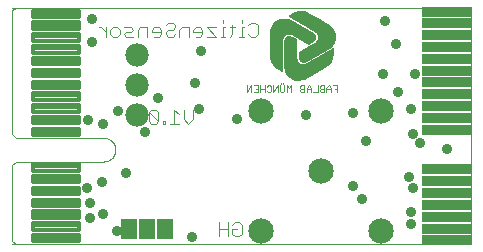
<source format=gbs>
G75*
%MOIN*%
%OFA0B0*%
%FSLAX25Y25*%
%IPPOS*%
%LPD*%
%AMOC8*
5,1,8,0,0,1.08239X$1,22.5*
%
%ADD10C,0.00000*%
%ADD11C,0.00400*%
%ADD12C,0.00050*%
%ADD13C,0.00200*%
%ADD14C,0.07800*%
%ADD15R,0.05400X0.07100*%
%ADD16R,0.16548X0.03753*%
%ADD17C,0.01422*%
%ADD18C,0.08450*%
%ADD19C,0.03600*%
D10*
X0011031Y0023276D02*
X0164078Y0023276D01*
X0164078Y0102026D01*
X0011031Y0102026D01*
X0011228Y0101238D02*
X0012409Y0102026D01*
X0033276Y0102026D01*
X0011228Y0101238D02*
X0011228Y0059900D01*
X0012409Y0058719D01*
X0033276Y0058719D01*
X0033472Y0058719D02*
X0041740Y0058719D01*
X0041864Y0058717D01*
X0041987Y0058711D01*
X0042111Y0058702D01*
X0042233Y0058688D01*
X0042356Y0058671D01*
X0042478Y0058649D01*
X0042599Y0058624D01*
X0042719Y0058595D01*
X0042838Y0058563D01*
X0042957Y0058526D01*
X0043074Y0058486D01*
X0043189Y0058443D01*
X0043304Y0058395D01*
X0043416Y0058344D01*
X0043527Y0058290D01*
X0043637Y0058232D01*
X0043744Y0058171D01*
X0043850Y0058106D01*
X0043953Y0058038D01*
X0044054Y0057967D01*
X0044153Y0057893D01*
X0044250Y0057816D01*
X0044344Y0057735D01*
X0044435Y0057652D01*
X0044524Y0057566D01*
X0044610Y0057477D01*
X0044693Y0057386D01*
X0044774Y0057292D01*
X0044851Y0057195D01*
X0044925Y0057096D01*
X0044996Y0056995D01*
X0045064Y0056892D01*
X0045129Y0056786D01*
X0045190Y0056679D01*
X0045248Y0056569D01*
X0045302Y0056458D01*
X0045353Y0056346D01*
X0045401Y0056231D01*
X0045444Y0056116D01*
X0045484Y0055999D01*
X0045521Y0055880D01*
X0045553Y0055761D01*
X0045582Y0055641D01*
X0045607Y0055520D01*
X0045629Y0055398D01*
X0045646Y0055275D01*
X0045660Y0055153D01*
X0045669Y0055029D01*
X0045675Y0054906D01*
X0045677Y0054782D01*
X0045675Y0054658D01*
X0045669Y0054535D01*
X0045660Y0054411D01*
X0045646Y0054289D01*
X0045629Y0054166D01*
X0045607Y0054044D01*
X0045582Y0053923D01*
X0045553Y0053803D01*
X0045521Y0053684D01*
X0045484Y0053565D01*
X0045444Y0053448D01*
X0045401Y0053333D01*
X0045353Y0053218D01*
X0045302Y0053106D01*
X0045248Y0052995D01*
X0045190Y0052885D01*
X0045129Y0052778D01*
X0045064Y0052672D01*
X0044996Y0052569D01*
X0044925Y0052468D01*
X0044851Y0052369D01*
X0044774Y0052272D01*
X0044693Y0052178D01*
X0044610Y0052087D01*
X0044524Y0051998D01*
X0044435Y0051912D01*
X0044344Y0051829D01*
X0044250Y0051748D01*
X0044153Y0051671D01*
X0044054Y0051597D01*
X0043953Y0051526D01*
X0043850Y0051458D01*
X0043744Y0051393D01*
X0043637Y0051332D01*
X0043527Y0051274D01*
X0043416Y0051220D01*
X0043304Y0051169D01*
X0043189Y0051121D01*
X0043074Y0051078D01*
X0042957Y0051038D01*
X0042838Y0051001D01*
X0042719Y0050969D01*
X0042599Y0050940D01*
X0042478Y0050915D01*
X0042356Y0050893D01*
X0042233Y0050876D01*
X0042111Y0050862D01*
X0041987Y0050853D01*
X0041864Y0050847D01*
X0041740Y0050845D01*
X0012409Y0050845D01*
X0011228Y0049664D01*
X0011228Y0024467D01*
X0012409Y0023286D01*
X0056504Y0023286D01*
D11*
X0080033Y0025976D02*
X0080033Y0030580D01*
X0083103Y0030580D02*
X0083103Y0025976D01*
X0084637Y0026743D02*
X0084637Y0028278D01*
X0086172Y0028278D01*
X0087706Y0029812D02*
X0087706Y0026743D01*
X0086939Y0025976D01*
X0085405Y0025976D01*
X0084637Y0026743D01*
X0083103Y0028278D02*
X0080033Y0028278D01*
X0084637Y0029812D02*
X0085405Y0030580D01*
X0086939Y0030580D01*
X0087706Y0029812D01*
X0069922Y0063476D02*
X0068387Y0065010D01*
X0068387Y0068080D01*
X0066853Y0066545D02*
X0065318Y0068080D01*
X0065318Y0063476D01*
X0066853Y0063476D02*
X0063783Y0063476D01*
X0062249Y0063476D02*
X0061481Y0063476D01*
X0061481Y0064243D01*
X0062249Y0064243D01*
X0062249Y0063476D01*
X0059947Y0064243D02*
X0056877Y0067312D01*
X0056877Y0064243D01*
X0057645Y0063476D01*
X0059179Y0063476D01*
X0059947Y0064243D01*
X0059947Y0067312D01*
X0059179Y0068080D01*
X0057645Y0068080D01*
X0056877Y0067312D01*
X0069922Y0063476D02*
X0071456Y0065010D01*
X0071456Y0068080D01*
X0072364Y0092506D02*
X0073899Y0092506D01*
X0074666Y0093274D01*
X0074666Y0094808D01*
X0073899Y0095576D01*
X0072364Y0095576D01*
X0071597Y0094808D01*
X0071597Y0094041D01*
X0074666Y0094041D01*
X0076201Y0095576D02*
X0079270Y0092506D01*
X0076201Y0092506D01*
X0080805Y0092506D02*
X0082340Y0092506D01*
X0081572Y0092506D02*
X0081572Y0095576D01*
X0082340Y0095576D01*
X0083874Y0095576D02*
X0085409Y0095576D01*
X0084641Y0096343D02*
X0084641Y0093274D01*
X0083874Y0092506D01*
X0086943Y0092506D02*
X0088478Y0092506D01*
X0087711Y0092506D02*
X0087711Y0095576D01*
X0088478Y0095576D01*
X0087711Y0097110D02*
X0087711Y0097878D01*
X0090013Y0096343D02*
X0090780Y0097110D01*
X0092315Y0097110D01*
X0093082Y0096343D01*
X0093082Y0093274D01*
X0092315Y0092506D01*
X0090780Y0092506D01*
X0090013Y0093274D01*
X0081572Y0097110D02*
X0081572Y0097878D01*
X0079270Y0095576D02*
X0076201Y0095576D01*
X0070062Y0095576D02*
X0070062Y0092506D01*
X0066993Y0092506D02*
X0066993Y0094808D01*
X0067760Y0095576D01*
X0070062Y0095576D01*
X0065458Y0095576D02*
X0064691Y0094808D01*
X0063157Y0094808D01*
X0062389Y0094041D01*
X0062389Y0093274D01*
X0063157Y0092506D01*
X0064691Y0092506D01*
X0065458Y0093274D01*
X0065458Y0095576D02*
X0065458Y0096343D01*
X0064691Y0097110D01*
X0063157Y0097110D01*
X0062389Y0096343D01*
X0060855Y0094808D02*
X0060087Y0095576D01*
X0058553Y0095576D01*
X0057785Y0094808D01*
X0057785Y0094041D01*
X0060855Y0094041D01*
X0060855Y0093274D02*
X0060855Y0094808D01*
X0060855Y0093274D02*
X0060087Y0092506D01*
X0058553Y0092506D01*
X0056251Y0092506D02*
X0056251Y0095576D01*
X0053949Y0095576D01*
X0053181Y0094808D01*
X0053181Y0092506D01*
X0051647Y0092506D02*
X0049345Y0092506D01*
X0048577Y0093274D01*
X0049345Y0094041D01*
X0050879Y0094041D01*
X0051647Y0094808D01*
X0050879Y0095576D01*
X0048577Y0095576D01*
X0047043Y0094808D02*
X0047043Y0093274D01*
X0046275Y0092506D01*
X0044741Y0092506D01*
X0043973Y0093274D01*
X0043973Y0094808D01*
X0044741Y0095576D01*
X0046275Y0095576D01*
X0047043Y0094808D01*
X0042439Y0094041D02*
X0040904Y0095576D01*
X0040137Y0095576D01*
X0042439Y0095576D02*
X0042439Y0092506D01*
D12*
X0097186Y0092598D02*
X0101678Y0092598D01*
X0101650Y0092550D02*
X0097186Y0092550D01*
X0097186Y0092501D02*
X0101623Y0092501D01*
X0101596Y0092453D02*
X0097186Y0092453D01*
X0097186Y0092404D02*
X0101569Y0092404D01*
X0101541Y0092356D02*
X0097186Y0092356D01*
X0097187Y0092307D02*
X0101514Y0092307D01*
X0101499Y0092281D02*
X0101790Y0092797D01*
X0101964Y0092950D01*
X0102358Y0093188D01*
X0103005Y0093438D01*
X0103255Y0093450D01*
X0103749Y0093408D01*
X0104486Y0093245D01*
X0104584Y0093196D01*
X0107084Y0091757D01*
X0109879Y0090140D01*
X0109947Y0090099D01*
X0110253Y0090274D01*
X0110671Y0090514D01*
X0111267Y0090909D01*
X0111981Y0091537D01*
X0112071Y0091714D01*
X0112174Y0092117D01*
X0112208Y0092672D01*
X0112138Y0092824D01*
X0111871Y0093186D01*
X0111413Y0093674D01*
X0111373Y0093701D01*
X0110875Y0093995D01*
X0109859Y0094588D01*
X0109341Y0094888D01*
X0108003Y0095663D01*
X0106183Y0096720D01*
X0105700Y0097002D01*
X0104777Y0097535D01*
X0103797Y0098094D01*
X0103662Y0098157D01*
X0103286Y0098289D01*
X0102724Y0098450D01*
X0102510Y0098484D01*
X0101902Y0098507D01*
X0101083Y0098484D01*
X0100696Y0098400D01*
X0099930Y0098129D01*
X0103723Y0098129D01*
X0103822Y0098080D02*
X0099832Y0098080D01*
X0099734Y0098032D02*
X0103907Y0098032D01*
X0103992Y0097983D02*
X0099637Y0097983D01*
X0099539Y0097935D02*
X0104077Y0097935D01*
X0104162Y0097886D02*
X0099441Y0097886D01*
X0099343Y0097838D02*
X0104247Y0097838D01*
X0104332Y0097789D02*
X0099245Y0097789D01*
X0099148Y0097741D02*
X0104417Y0097741D01*
X0104502Y0097692D02*
X0099050Y0097692D01*
X0098952Y0097644D02*
X0104587Y0097644D01*
X0104672Y0097595D02*
X0098891Y0097595D01*
X0098930Y0097633D02*
X0098541Y0097259D01*
X0097913Y0096341D01*
X0097201Y0094717D01*
X0097183Y0094568D01*
X0097188Y0091057D01*
X0097218Y0086656D01*
X0097232Y0086159D01*
X0097260Y0085578D01*
X0097399Y0084712D01*
X0097550Y0084331D01*
X0097872Y0083707D01*
X0098493Y0082828D01*
X0098756Y0082603D01*
X0099196Y0082262D01*
X0100226Y0081586D01*
X0100443Y0081462D01*
X0100671Y0081333D01*
X0100899Y0081214D01*
X0101150Y0081051D01*
X0101172Y0081048D01*
X0101213Y0081081D01*
X0101197Y0081882D01*
X0101182Y0084190D01*
X0101183Y0086587D01*
X0101183Y0088980D01*
X0101263Y0091647D01*
X0101327Y0091868D01*
X0101499Y0092281D01*
X0101490Y0092259D02*
X0097187Y0092259D01*
X0097187Y0092210D02*
X0101470Y0092210D01*
X0101450Y0092162D02*
X0097187Y0092162D01*
X0097187Y0092113D02*
X0101429Y0092113D01*
X0101409Y0092065D02*
X0097187Y0092065D01*
X0097187Y0092016D02*
X0101389Y0092016D01*
X0101369Y0091968D02*
X0097187Y0091968D01*
X0097187Y0091919D02*
X0101349Y0091919D01*
X0101328Y0091871D02*
X0097187Y0091871D01*
X0097187Y0091822D02*
X0101314Y0091822D01*
X0101300Y0091774D02*
X0097187Y0091774D01*
X0097187Y0091725D02*
X0101286Y0091725D01*
X0101272Y0091677D02*
X0097187Y0091677D01*
X0097188Y0091628D02*
X0101263Y0091628D01*
X0101261Y0091580D02*
X0097188Y0091580D01*
X0097188Y0091531D02*
X0101260Y0091531D01*
X0101258Y0091483D02*
X0097188Y0091483D01*
X0097188Y0091434D02*
X0101257Y0091434D01*
X0101255Y0091386D02*
X0097188Y0091386D01*
X0097188Y0091337D02*
X0101254Y0091337D01*
X0101253Y0091289D02*
X0097188Y0091289D01*
X0097188Y0091240D02*
X0101251Y0091240D01*
X0101250Y0091192D02*
X0097188Y0091192D01*
X0097188Y0091143D02*
X0101248Y0091143D01*
X0101247Y0091095D02*
X0097188Y0091095D01*
X0097188Y0091046D02*
X0101245Y0091046D01*
X0101244Y0090998D02*
X0097189Y0090998D01*
X0097189Y0090949D02*
X0101242Y0090949D01*
X0101241Y0090901D02*
X0097189Y0090901D01*
X0097190Y0090852D02*
X0101239Y0090852D01*
X0101238Y0090804D02*
X0097190Y0090804D01*
X0097190Y0090755D02*
X0101237Y0090755D01*
X0101235Y0090707D02*
X0097191Y0090707D01*
X0097191Y0090658D02*
X0101234Y0090658D01*
X0101232Y0090610D02*
X0097191Y0090610D01*
X0097192Y0090561D02*
X0101231Y0090561D01*
X0101229Y0090512D02*
X0097192Y0090512D01*
X0097192Y0090464D02*
X0101228Y0090464D01*
X0101226Y0090415D02*
X0097193Y0090415D01*
X0097193Y0090367D02*
X0101225Y0090367D01*
X0101223Y0090318D02*
X0097193Y0090318D01*
X0097194Y0090270D02*
X0101222Y0090270D01*
X0101221Y0090221D02*
X0097194Y0090221D01*
X0097194Y0090173D02*
X0101219Y0090173D01*
X0101218Y0090124D02*
X0097195Y0090124D01*
X0097195Y0090076D02*
X0101216Y0090076D01*
X0101215Y0090027D02*
X0097195Y0090027D01*
X0097196Y0089979D02*
X0101213Y0089979D01*
X0101212Y0089930D02*
X0097196Y0089930D01*
X0097196Y0089882D02*
X0101210Y0089882D01*
X0101209Y0089833D02*
X0097197Y0089833D01*
X0097197Y0089785D02*
X0101207Y0089785D01*
X0101206Y0089736D02*
X0097197Y0089736D01*
X0097198Y0089688D02*
X0101205Y0089688D01*
X0101203Y0089639D02*
X0097198Y0089639D01*
X0097198Y0089591D02*
X0101202Y0089591D01*
X0101200Y0089542D02*
X0097199Y0089542D01*
X0097199Y0089494D02*
X0101199Y0089494D01*
X0101197Y0089445D02*
X0097199Y0089445D01*
X0097200Y0089397D02*
X0101196Y0089397D01*
X0101194Y0089348D02*
X0097200Y0089348D01*
X0097200Y0089300D02*
X0101193Y0089300D01*
X0101191Y0089251D02*
X0097201Y0089251D01*
X0097201Y0089203D02*
X0101190Y0089203D01*
X0101189Y0089154D02*
X0097201Y0089154D01*
X0097202Y0089106D02*
X0101187Y0089106D01*
X0101186Y0089057D02*
X0097202Y0089057D01*
X0097202Y0089009D02*
X0101184Y0089009D01*
X0101183Y0088960D02*
X0097203Y0088960D01*
X0097203Y0088912D02*
X0101183Y0088912D01*
X0101183Y0088863D02*
X0097203Y0088863D01*
X0097204Y0088815D02*
X0101183Y0088815D01*
X0101183Y0088766D02*
X0097204Y0088766D01*
X0097204Y0088718D02*
X0101183Y0088718D01*
X0101183Y0088669D02*
X0097205Y0088669D01*
X0097205Y0088621D02*
X0101183Y0088621D01*
X0101183Y0088572D02*
X0097205Y0088572D01*
X0097206Y0088524D02*
X0101183Y0088524D01*
X0101183Y0088475D02*
X0097206Y0088475D01*
X0097206Y0088427D02*
X0101183Y0088427D01*
X0101183Y0088378D02*
X0097207Y0088378D01*
X0097207Y0088329D02*
X0101183Y0088329D01*
X0101183Y0088281D02*
X0097207Y0088281D01*
X0097208Y0088232D02*
X0101183Y0088232D01*
X0101183Y0088184D02*
X0097208Y0088184D01*
X0097208Y0088135D02*
X0101183Y0088135D01*
X0101183Y0088087D02*
X0097209Y0088087D01*
X0097209Y0088038D02*
X0101183Y0088038D01*
X0101183Y0087990D02*
X0097209Y0087990D01*
X0097210Y0087941D02*
X0101183Y0087941D01*
X0101183Y0087893D02*
X0097210Y0087893D01*
X0097210Y0087844D02*
X0101183Y0087844D01*
X0101183Y0087796D02*
X0097211Y0087796D01*
X0097211Y0087747D02*
X0101183Y0087747D01*
X0101183Y0087699D02*
X0097211Y0087699D01*
X0097212Y0087650D02*
X0101183Y0087650D01*
X0101183Y0087602D02*
X0097212Y0087602D01*
X0097212Y0087553D02*
X0101183Y0087553D01*
X0101183Y0087505D02*
X0097213Y0087505D01*
X0097213Y0087456D02*
X0101183Y0087456D01*
X0101183Y0087408D02*
X0097213Y0087408D01*
X0097213Y0087359D02*
X0101183Y0087359D01*
X0101183Y0087311D02*
X0097214Y0087311D01*
X0097214Y0087262D02*
X0101183Y0087262D01*
X0101183Y0087214D02*
X0097214Y0087214D01*
X0097215Y0087165D02*
X0101183Y0087165D01*
X0101183Y0087117D02*
X0097215Y0087117D01*
X0097215Y0087068D02*
X0101183Y0087068D01*
X0101183Y0087020D02*
X0097216Y0087020D01*
X0097216Y0086971D02*
X0101183Y0086971D01*
X0101183Y0086923D02*
X0097216Y0086923D01*
X0097217Y0086874D02*
X0101183Y0086874D01*
X0101183Y0086826D02*
X0097217Y0086826D01*
X0097217Y0086777D02*
X0101183Y0086777D01*
X0101183Y0086729D02*
X0097218Y0086729D01*
X0097218Y0086680D02*
X0101183Y0086680D01*
X0101183Y0086632D02*
X0097219Y0086632D01*
X0097220Y0086583D02*
X0101183Y0086583D01*
X0101183Y0086535D02*
X0097222Y0086535D01*
X0097223Y0086486D02*
X0101183Y0086486D01*
X0101183Y0086438D02*
X0097224Y0086438D01*
X0097226Y0086389D02*
X0101183Y0086389D01*
X0101183Y0086341D02*
X0097227Y0086341D01*
X0097228Y0086292D02*
X0101183Y0086292D01*
X0101183Y0086243D02*
X0097230Y0086243D01*
X0097231Y0086195D02*
X0101183Y0086195D01*
X0101183Y0086146D02*
X0097233Y0086146D01*
X0097235Y0086098D02*
X0101183Y0086098D01*
X0101183Y0086049D02*
X0097237Y0086049D01*
X0097240Y0086001D02*
X0101183Y0086001D01*
X0101183Y0085952D02*
X0097242Y0085952D01*
X0097244Y0085904D02*
X0101183Y0085904D01*
X0101183Y0085855D02*
X0097247Y0085855D01*
X0097249Y0085807D02*
X0101183Y0085807D01*
X0101183Y0085758D02*
X0097251Y0085758D01*
X0097253Y0085710D02*
X0101183Y0085710D01*
X0101183Y0085661D02*
X0097256Y0085661D01*
X0097258Y0085613D02*
X0101183Y0085613D01*
X0101183Y0085564D02*
X0097262Y0085564D01*
X0097270Y0085516D02*
X0101183Y0085516D01*
X0101183Y0085467D02*
X0097278Y0085467D01*
X0097285Y0085419D02*
X0101183Y0085419D01*
X0101183Y0085370D02*
X0097293Y0085370D01*
X0097301Y0085322D02*
X0101183Y0085322D01*
X0101183Y0085273D02*
X0097309Y0085273D01*
X0097317Y0085225D02*
X0101183Y0085225D01*
X0101183Y0085176D02*
X0097325Y0085176D01*
X0097332Y0085128D02*
X0101183Y0085128D01*
X0101183Y0085079D02*
X0097340Y0085079D01*
X0097348Y0085031D02*
X0101182Y0085031D01*
X0101182Y0084982D02*
X0097356Y0084982D01*
X0097364Y0084934D02*
X0101182Y0084934D01*
X0101182Y0084885D02*
X0097372Y0084885D01*
X0097379Y0084837D02*
X0101182Y0084837D01*
X0101182Y0084788D02*
X0097387Y0084788D01*
X0097395Y0084740D02*
X0101182Y0084740D01*
X0101182Y0084691D02*
X0097408Y0084691D01*
X0097427Y0084643D02*
X0101182Y0084643D01*
X0101182Y0084594D02*
X0097446Y0084594D01*
X0097465Y0084546D02*
X0101182Y0084546D01*
X0101182Y0084497D02*
X0097485Y0084497D01*
X0097504Y0084449D02*
X0101182Y0084449D01*
X0101182Y0084400D02*
X0097523Y0084400D01*
X0097542Y0084352D02*
X0101182Y0084352D01*
X0101182Y0084303D02*
X0097565Y0084303D01*
X0097590Y0084255D02*
X0101182Y0084255D01*
X0101182Y0084206D02*
X0097615Y0084206D01*
X0097640Y0084158D02*
X0101183Y0084158D01*
X0101183Y0084109D02*
X0097665Y0084109D01*
X0097690Y0084060D02*
X0101183Y0084060D01*
X0101183Y0084012D02*
X0097715Y0084012D01*
X0097740Y0083963D02*
X0101184Y0083963D01*
X0101184Y0083915D02*
X0097765Y0083915D01*
X0097790Y0083866D02*
X0101184Y0083866D01*
X0101185Y0083818D02*
X0097815Y0083818D01*
X0097840Y0083769D02*
X0101185Y0083769D01*
X0101185Y0083721D02*
X0097865Y0083721D01*
X0097897Y0083672D02*
X0101186Y0083672D01*
X0101186Y0083624D02*
X0097931Y0083624D01*
X0097965Y0083575D02*
X0101186Y0083575D01*
X0101187Y0083527D02*
X0097999Y0083527D01*
X0098034Y0083478D02*
X0101187Y0083478D01*
X0101187Y0083430D02*
X0098068Y0083430D01*
X0098102Y0083381D02*
X0101188Y0083381D01*
X0101188Y0083333D02*
X0098136Y0083333D01*
X0098170Y0083284D02*
X0101188Y0083284D01*
X0101189Y0083236D02*
X0098205Y0083236D01*
X0098239Y0083187D02*
X0101189Y0083187D01*
X0101189Y0083139D02*
X0098273Y0083139D01*
X0098307Y0083090D02*
X0101189Y0083090D01*
X0101190Y0083042D02*
X0098342Y0083042D01*
X0098376Y0082993D02*
X0101190Y0082993D01*
X0101190Y0082945D02*
X0098410Y0082945D01*
X0098444Y0082896D02*
X0101191Y0082896D01*
X0101191Y0082848D02*
X0098479Y0082848D01*
X0098526Y0082799D02*
X0101191Y0082799D01*
X0101192Y0082751D02*
X0098583Y0082751D01*
X0098640Y0082702D02*
X0101192Y0082702D01*
X0101192Y0082654D02*
X0098696Y0082654D01*
X0098753Y0082605D02*
X0101193Y0082605D01*
X0101193Y0082557D02*
X0098815Y0082557D01*
X0098878Y0082508D02*
X0101193Y0082508D01*
X0101194Y0082460D02*
X0098941Y0082460D01*
X0099003Y0082411D02*
X0101194Y0082411D01*
X0101194Y0082363D02*
X0099066Y0082363D01*
X0099128Y0082314D02*
X0101195Y0082314D01*
X0101195Y0082266D02*
X0099191Y0082266D01*
X0099264Y0082217D02*
X0101195Y0082217D01*
X0101196Y0082169D02*
X0099338Y0082169D01*
X0099412Y0082120D02*
X0101196Y0082120D01*
X0101196Y0082072D02*
X0099486Y0082072D01*
X0099560Y0082023D02*
X0101196Y0082023D01*
X0101197Y0081974D02*
X0099634Y0081974D01*
X0099707Y0081926D02*
X0101197Y0081926D01*
X0101197Y0081877D02*
X0099781Y0081877D01*
X0099855Y0081829D02*
X0101198Y0081829D01*
X0101199Y0081780D02*
X0099929Y0081780D01*
X0100003Y0081732D02*
X0101200Y0081732D01*
X0101201Y0081683D02*
X0100077Y0081683D01*
X0100151Y0081635D02*
X0101202Y0081635D01*
X0101203Y0081586D02*
X0100225Y0081586D01*
X0100310Y0081538D02*
X0101204Y0081538D01*
X0101205Y0081489D02*
X0100395Y0081489D01*
X0100481Y0081441D02*
X0101206Y0081441D01*
X0101207Y0081392D02*
X0100567Y0081392D01*
X0100653Y0081344D02*
X0101208Y0081344D01*
X0101209Y0081295D02*
X0100744Y0081295D01*
X0100837Y0081247D02*
X0101210Y0081247D01*
X0101211Y0081198D02*
X0100923Y0081198D01*
X0100998Y0081150D02*
X0101211Y0081150D01*
X0101212Y0081101D02*
X0101073Y0081101D01*
X0101148Y0081053D02*
X0101177Y0081053D01*
X0102201Y0081295D02*
X0113462Y0081295D01*
X0113380Y0081247D02*
X0102213Y0081247D01*
X0102226Y0081198D02*
X0113297Y0081198D01*
X0113214Y0081150D02*
X0102242Y0081150D01*
X0102229Y0081183D02*
X0102307Y0080981D01*
X0102591Y0080443D01*
X0103020Y0079745D01*
X0103286Y0079451D01*
X0103905Y0078924D01*
X0104834Y0078306D01*
X0105352Y0078156D01*
X0106461Y0078071D01*
X0108224Y0078267D01*
X0108361Y0078326D01*
X0111400Y0080086D01*
X0115196Y0082312D01*
X0115619Y0082572D01*
X0116109Y0082887D01*
X0116788Y0083441D01*
X0117043Y0083762D01*
X0117423Y0084353D01*
X0117874Y0085330D01*
X0117937Y0085670D01*
X0118013Y0086221D01*
X0118083Y0087451D01*
X0118081Y0087702D01*
X0118079Y0087963D01*
X0118068Y0088220D01*
X0118084Y0088519D01*
X0118076Y0088539D01*
X0118027Y0088559D01*
X0117341Y0088145D01*
X0115349Y0086978D01*
X0113273Y0085780D01*
X0111201Y0084584D01*
X0108851Y0083319D01*
X0108628Y0083264D01*
X0108184Y0083207D01*
X0107592Y0083200D01*
X0107372Y0083275D01*
X0106969Y0083497D01*
X0106429Y0083932D01*
X0106294Y0084143D01*
X0106083Y0084592D01*
X0105856Y0085312D01*
X0105849Y0085420D01*
X0105845Y0088306D01*
X0105848Y0091534D01*
X0105850Y0091613D01*
X0105545Y0091791D01*
X0105128Y0092034D01*
X0104488Y0092352D01*
X0103587Y0092656D01*
X0103389Y0092646D01*
X0102989Y0092534D01*
X0102491Y0092285D01*
X0102395Y0092149D01*
X0102214Y0091737D01*
X0102020Y0091096D01*
X0102017Y0091048D01*
X0102012Y0090470D01*
X0102006Y0089293D01*
X0102006Y0088694D01*
X0102003Y0087148D01*
X0101998Y0085043D01*
X0101995Y0084485D01*
X0101995Y0083419D01*
X0102000Y0082291D01*
X0102014Y0082142D01*
X0102088Y0081751D01*
X0102229Y0081183D01*
X0102261Y0081101D02*
X0113131Y0081101D01*
X0113049Y0081053D02*
X0102279Y0081053D01*
X0102298Y0081004D02*
X0112966Y0081004D01*
X0112883Y0080956D02*
X0102320Y0080956D01*
X0102346Y0080907D02*
X0112801Y0080907D01*
X0112718Y0080859D02*
X0102372Y0080859D01*
X0102397Y0080810D02*
X0112635Y0080810D01*
X0112552Y0080762D02*
X0102423Y0080762D01*
X0102448Y0080713D02*
X0112470Y0080713D01*
X0112387Y0080665D02*
X0102474Y0080665D01*
X0102500Y0080616D02*
X0112304Y0080616D01*
X0112222Y0080568D02*
X0102525Y0080568D01*
X0102551Y0080519D02*
X0112139Y0080519D01*
X0112056Y0080471D02*
X0102576Y0080471D01*
X0102604Y0080422D02*
X0111973Y0080422D01*
X0111891Y0080374D02*
X0102634Y0080374D01*
X0102663Y0080325D02*
X0111808Y0080325D01*
X0111725Y0080277D02*
X0102693Y0080277D01*
X0102723Y0080228D02*
X0111643Y0080228D01*
X0111560Y0080180D02*
X0102753Y0080180D01*
X0102783Y0080131D02*
X0111477Y0080131D01*
X0111394Y0080083D02*
X0102813Y0080083D01*
X0102842Y0080034D02*
X0111311Y0080034D01*
X0111227Y0079986D02*
X0102872Y0079986D01*
X0102902Y0079937D02*
X0111143Y0079937D01*
X0111059Y0079889D02*
X0102932Y0079889D01*
X0102962Y0079840D02*
X0110976Y0079840D01*
X0110892Y0079791D02*
X0102991Y0079791D01*
X0103022Y0079743D02*
X0110808Y0079743D01*
X0110724Y0079694D02*
X0103066Y0079694D01*
X0103110Y0079646D02*
X0110641Y0079646D01*
X0110557Y0079597D02*
X0103154Y0079597D01*
X0103198Y0079549D02*
X0110473Y0079549D01*
X0110389Y0079500D02*
X0103242Y0079500D01*
X0103286Y0079452D02*
X0110306Y0079452D01*
X0110222Y0079403D02*
X0103342Y0079403D01*
X0103399Y0079355D02*
X0110138Y0079355D01*
X0110054Y0079306D02*
X0103456Y0079306D01*
X0103513Y0079258D02*
X0109971Y0079258D01*
X0109887Y0079209D02*
X0103570Y0079209D01*
X0103627Y0079161D02*
X0109803Y0079161D01*
X0109719Y0079112D02*
X0103684Y0079112D01*
X0103740Y0079064D02*
X0109636Y0079064D01*
X0109552Y0079015D02*
X0103797Y0079015D01*
X0103854Y0078967D02*
X0109468Y0078967D01*
X0109384Y0078918D02*
X0103913Y0078918D01*
X0103986Y0078870D02*
X0109301Y0078870D01*
X0109217Y0078821D02*
X0104059Y0078821D01*
X0104132Y0078773D02*
X0109133Y0078773D01*
X0109050Y0078724D02*
X0104205Y0078724D01*
X0104278Y0078676D02*
X0108966Y0078676D01*
X0108882Y0078627D02*
X0104351Y0078627D01*
X0104424Y0078579D02*
X0108798Y0078579D01*
X0108715Y0078530D02*
X0104497Y0078530D01*
X0104570Y0078482D02*
X0108631Y0078482D01*
X0108547Y0078433D02*
X0104643Y0078433D01*
X0104716Y0078385D02*
X0108463Y0078385D01*
X0108380Y0078336D02*
X0104789Y0078336D01*
X0104897Y0078288D02*
X0108273Y0078288D01*
X0107975Y0078239D02*
X0105064Y0078239D01*
X0105232Y0078191D02*
X0107537Y0078191D01*
X0107100Y0078142D02*
X0105531Y0078142D01*
X0106168Y0078094D02*
X0106662Y0078094D01*
X0102189Y0081344D02*
X0113545Y0081344D01*
X0113628Y0081392D02*
X0102177Y0081392D01*
X0102165Y0081441D02*
X0113711Y0081441D01*
X0113793Y0081489D02*
X0102153Y0081489D01*
X0102141Y0081538D02*
X0113876Y0081538D01*
X0113959Y0081586D02*
X0102129Y0081586D01*
X0102117Y0081635D02*
X0114041Y0081635D01*
X0114124Y0081683D02*
X0102105Y0081683D01*
X0102092Y0081732D02*
X0114207Y0081732D01*
X0114290Y0081780D02*
X0102082Y0081780D01*
X0102073Y0081829D02*
X0114372Y0081829D01*
X0114455Y0081877D02*
X0102064Y0081877D01*
X0102055Y0081926D02*
X0114538Y0081926D01*
X0114620Y0081974D02*
X0102045Y0081974D01*
X0102036Y0082023D02*
X0114703Y0082023D01*
X0114786Y0082072D02*
X0102027Y0082072D01*
X0102018Y0082120D02*
X0114869Y0082120D01*
X0114951Y0082169D02*
X0102011Y0082169D01*
X0102007Y0082217D02*
X0115034Y0082217D01*
X0115117Y0082266D02*
X0102003Y0082266D01*
X0102000Y0082314D02*
X0115199Y0082314D01*
X0115278Y0082363D02*
X0102000Y0082363D01*
X0102000Y0082411D02*
X0115357Y0082411D01*
X0115436Y0082460D02*
X0102000Y0082460D01*
X0101999Y0082508D02*
X0115515Y0082508D01*
X0115594Y0082557D02*
X0101999Y0082557D01*
X0101999Y0082605D02*
X0115670Y0082605D01*
X0115746Y0082654D02*
X0101999Y0082654D01*
X0101998Y0082702D02*
X0115821Y0082702D01*
X0115897Y0082751D02*
X0101998Y0082751D01*
X0101998Y0082799D02*
X0115972Y0082799D01*
X0116048Y0082848D02*
X0101998Y0082848D01*
X0101997Y0082896D02*
X0116120Y0082896D01*
X0116180Y0082945D02*
X0101997Y0082945D01*
X0101997Y0082993D02*
X0116239Y0082993D01*
X0116299Y0083042D02*
X0101997Y0083042D01*
X0101997Y0083090D02*
X0116358Y0083090D01*
X0116418Y0083139D02*
X0101996Y0083139D01*
X0101996Y0083187D02*
X0116478Y0083187D01*
X0116537Y0083236D02*
X0108407Y0083236D01*
X0108709Y0083284D02*
X0116597Y0083284D01*
X0116656Y0083333D02*
X0108876Y0083333D01*
X0108966Y0083381D02*
X0116716Y0083381D01*
X0116775Y0083430D02*
X0109056Y0083430D01*
X0109146Y0083478D02*
X0116818Y0083478D01*
X0116857Y0083527D02*
X0109236Y0083527D01*
X0109327Y0083575D02*
X0116895Y0083575D01*
X0116934Y0083624D02*
X0109417Y0083624D01*
X0109507Y0083672D02*
X0116972Y0083672D01*
X0117011Y0083721D02*
X0109597Y0083721D01*
X0109687Y0083769D02*
X0117048Y0083769D01*
X0117079Y0083818D02*
X0109777Y0083818D01*
X0109867Y0083866D02*
X0117111Y0083866D01*
X0117142Y0083915D02*
X0109958Y0083915D01*
X0110048Y0083963D02*
X0117173Y0083963D01*
X0117204Y0084012D02*
X0110138Y0084012D01*
X0110228Y0084060D02*
X0117235Y0084060D01*
X0117266Y0084109D02*
X0110318Y0084109D01*
X0110408Y0084158D02*
X0117298Y0084158D01*
X0117329Y0084206D02*
X0110499Y0084206D01*
X0110589Y0084255D02*
X0117360Y0084255D01*
X0117391Y0084303D02*
X0110679Y0084303D01*
X0110769Y0084352D02*
X0117422Y0084352D01*
X0117445Y0084400D02*
X0110859Y0084400D01*
X0110949Y0084449D02*
X0117467Y0084449D01*
X0117490Y0084497D02*
X0111039Y0084497D01*
X0111130Y0084546D02*
X0117512Y0084546D01*
X0117534Y0084594D02*
X0111219Y0084594D01*
X0111303Y0084643D02*
X0117557Y0084643D01*
X0117579Y0084691D02*
X0111387Y0084691D01*
X0111471Y0084740D02*
X0117602Y0084740D01*
X0117624Y0084788D02*
X0111555Y0084788D01*
X0111639Y0084837D02*
X0117646Y0084837D01*
X0117669Y0084885D02*
X0111723Y0084885D01*
X0111807Y0084934D02*
X0117691Y0084934D01*
X0117714Y0084982D02*
X0111891Y0084982D01*
X0111975Y0085031D02*
X0117736Y0085031D01*
X0117758Y0085079D02*
X0112059Y0085079D01*
X0112143Y0085128D02*
X0117781Y0085128D01*
X0117803Y0085176D02*
X0112227Y0085176D01*
X0112311Y0085225D02*
X0117826Y0085225D01*
X0117848Y0085273D02*
X0112395Y0085273D01*
X0112479Y0085322D02*
X0117870Y0085322D01*
X0117882Y0085370D02*
X0112564Y0085370D01*
X0112648Y0085419D02*
X0117891Y0085419D01*
X0117900Y0085467D02*
X0112732Y0085467D01*
X0112816Y0085516D02*
X0117909Y0085516D01*
X0117918Y0085564D02*
X0112900Y0085564D01*
X0112984Y0085613D02*
X0117927Y0085613D01*
X0117936Y0085661D02*
X0113068Y0085661D01*
X0113152Y0085710D02*
X0117943Y0085710D01*
X0117949Y0085758D02*
X0113236Y0085758D01*
X0113320Y0085807D02*
X0117956Y0085807D01*
X0117963Y0085855D02*
X0113404Y0085855D01*
X0113488Y0085904D02*
X0117969Y0085904D01*
X0117976Y0085952D02*
X0113572Y0085952D01*
X0113656Y0086001D02*
X0117982Y0086001D01*
X0117989Y0086049D02*
X0113741Y0086049D01*
X0113825Y0086098D02*
X0117996Y0086098D01*
X0118002Y0086146D02*
X0113909Y0086146D01*
X0113993Y0086195D02*
X0118009Y0086195D01*
X0118014Y0086243D02*
X0114077Y0086243D01*
X0114161Y0086292D02*
X0118017Y0086292D01*
X0118019Y0086341D02*
X0114245Y0086341D01*
X0114329Y0086389D02*
X0118022Y0086389D01*
X0118025Y0086438D02*
X0114413Y0086438D01*
X0114497Y0086486D02*
X0118028Y0086486D01*
X0118031Y0086535D02*
X0114581Y0086535D01*
X0114665Y0086583D02*
X0118033Y0086583D01*
X0118036Y0086632D02*
X0114749Y0086632D01*
X0114833Y0086680D02*
X0118039Y0086680D01*
X0118042Y0086729D02*
X0114918Y0086729D01*
X0115002Y0086777D02*
X0118044Y0086777D01*
X0118047Y0086826D02*
X0115086Y0086826D01*
X0115170Y0086874D02*
X0118050Y0086874D01*
X0118053Y0086923D02*
X0115254Y0086923D01*
X0115338Y0086971D02*
X0118056Y0086971D01*
X0118058Y0087020D02*
X0115421Y0087020D01*
X0115504Y0087068D02*
X0118061Y0087068D01*
X0118064Y0087117D02*
X0115586Y0087117D01*
X0115669Y0087165D02*
X0118067Y0087165D01*
X0118070Y0087214D02*
X0115752Y0087214D01*
X0115835Y0087262D02*
X0118072Y0087262D01*
X0118075Y0087311D02*
X0115917Y0087311D01*
X0116000Y0087359D02*
X0118078Y0087359D01*
X0118081Y0087408D02*
X0116083Y0087408D01*
X0116166Y0087456D02*
X0118083Y0087456D01*
X0118083Y0087505D02*
X0116249Y0087505D01*
X0116331Y0087553D02*
X0118082Y0087553D01*
X0118082Y0087602D02*
X0116414Y0087602D01*
X0116497Y0087650D02*
X0118082Y0087650D01*
X0118081Y0087699D02*
X0116580Y0087699D01*
X0116662Y0087747D02*
X0118081Y0087747D01*
X0118081Y0087796D02*
X0116745Y0087796D01*
X0116828Y0087844D02*
X0118080Y0087844D01*
X0118080Y0087893D02*
X0116911Y0087893D01*
X0116993Y0087941D02*
X0118079Y0087941D01*
X0118078Y0087990D02*
X0117076Y0087990D01*
X0117159Y0088038D02*
X0118076Y0088038D01*
X0118074Y0088087D02*
X0117242Y0088087D01*
X0117325Y0088135D02*
X0118072Y0088135D01*
X0118070Y0088184D02*
X0117405Y0088184D01*
X0117486Y0088232D02*
X0118069Y0088232D01*
X0118071Y0088281D02*
X0117566Y0088281D01*
X0117647Y0088329D02*
X0118074Y0088329D01*
X0118077Y0088378D02*
X0117727Y0088378D01*
X0117807Y0088427D02*
X0118079Y0088427D01*
X0118082Y0088475D02*
X0117888Y0088475D01*
X0117968Y0088524D02*
X0118082Y0088524D01*
X0117472Y0089203D02*
X0110110Y0089203D01*
X0110193Y0089251D02*
X0117522Y0089251D01*
X0117573Y0089300D02*
X0110277Y0089300D01*
X0110361Y0089348D02*
X0117623Y0089348D01*
X0117664Y0089388D02*
X0117243Y0088982D01*
X0116941Y0088722D01*
X0116819Y0088636D01*
X0115845Y0088067D01*
X0114922Y0087534D01*
X0114437Y0087257D01*
X0112611Y0086210D01*
X0111271Y0085439D01*
X0110752Y0085140D01*
X0109730Y0084556D01*
X0109227Y0084272D01*
X0109184Y0084251D01*
X0108532Y0084098D01*
X0108085Y0084048D01*
X0107918Y0084064D01*
X0107454Y0084370D01*
X0107157Y0084661D01*
X0107049Y0084827D01*
X0106862Y0085759D01*
X0106818Y0086473D01*
X0106819Y0086956D01*
X0106821Y0087308D01*
X0106890Y0087347D01*
X0109688Y0088958D01*
X0112184Y0090404D01*
X0112275Y0090464D01*
X0118337Y0090464D01*
X0118363Y0090512D02*
X0112319Y0090512D01*
X0112275Y0090464D02*
X0112785Y0091021D01*
X0113069Y0091428D01*
X0113184Y0091651D01*
X0113290Y0092336D01*
X0113281Y0092796D01*
X0113236Y0093023D01*
X0112934Y0093533D01*
X0112662Y0093888D01*
X0112503Y0094054D01*
X0110233Y0095457D01*
X0108161Y0096654D01*
X0106086Y0097853D01*
X0104079Y0098994D01*
X0103377Y0099381D01*
X0103370Y0099433D01*
X0103384Y0099450D01*
X0103650Y0099586D01*
X0103867Y0099724D01*
X0104092Y0099857D01*
X0104308Y0099984D01*
X0105409Y0100538D01*
X0105924Y0100748D01*
X0106251Y0100863D01*
X0107322Y0100961D01*
X0108024Y0100928D01*
X0108429Y0100868D01*
X0109249Y0100556D01*
X0109766Y0100289D01*
X0110203Y0100053D01*
X0114029Y0097878D01*
X0117073Y0096127D01*
X0117192Y0096037D01*
X0118243Y0094608D01*
X0118724Y0093606D01*
X0118853Y0093082D01*
X0118783Y0091968D01*
X0113233Y0091968D01*
X0113241Y0092016D02*
X0118786Y0092016D01*
X0118783Y0091968D02*
X0118635Y0091169D01*
X0118514Y0090792D01*
X0118124Y0090071D01*
X0117800Y0089556D01*
X0117664Y0089388D01*
X0117671Y0089397D02*
X0110445Y0089397D01*
X0110529Y0089445D02*
X0117710Y0089445D01*
X0117750Y0089494D02*
X0110612Y0089494D01*
X0110696Y0089542D02*
X0117789Y0089542D01*
X0117822Y0089591D02*
X0110780Y0089591D01*
X0110864Y0089639D02*
X0117852Y0089639D01*
X0117883Y0089688D02*
X0110947Y0089688D01*
X0111031Y0089736D02*
X0117913Y0089736D01*
X0117944Y0089785D02*
X0111115Y0089785D01*
X0111199Y0089833D02*
X0117974Y0089833D01*
X0118005Y0089882D02*
X0111282Y0089882D01*
X0111366Y0089930D02*
X0118035Y0089930D01*
X0118066Y0089979D02*
X0111450Y0089979D01*
X0111534Y0090027D02*
X0118096Y0090027D01*
X0118127Y0090076D02*
X0111617Y0090076D01*
X0111701Y0090124D02*
X0118153Y0090124D01*
X0118179Y0090173D02*
X0111785Y0090173D01*
X0111869Y0090221D02*
X0118205Y0090221D01*
X0118232Y0090270D02*
X0111952Y0090270D01*
X0112036Y0090318D02*
X0118258Y0090318D01*
X0118284Y0090367D02*
X0112120Y0090367D01*
X0112201Y0090415D02*
X0118310Y0090415D01*
X0118389Y0090561D02*
X0112364Y0090561D01*
X0112408Y0090610D02*
X0118415Y0090610D01*
X0118442Y0090658D02*
X0112453Y0090658D01*
X0112497Y0090707D02*
X0118468Y0090707D01*
X0118494Y0090755D02*
X0112542Y0090755D01*
X0112586Y0090804D02*
X0118518Y0090804D01*
X0118533Y0090852D02*
X0112630Y0090852D01*
X0112675Y0090901D02*
X0118549Y0090901D01*
X0118565Y0090949D02*
X0112719Y0090949D01*
X0112764Y0090998D02*
X0118580Y0090998D01*
X0118596Y0091046D02*
X0112803Y0091046D01*
X0112837Y0091095D02*
X0118611Y0091095D01*
X0118627Y0091143D02*
X0112870Y0091143D01*
X0112904Y0091192D02*
X0118639Y0091192D01*
X0118648Y0091240D02*
X0112938Y0091240D01*
X0112972Y0091289D02*
X0118657Y0091289D01*
X0118666Y0091337D02*
X0113005Y0091337D01*
X0113039Y0091386D02*
X0118675Y0091386D01*
X0118684Y0091434D02*
X0113072Y0091434D01*
X0113097Y0091483D02*
X0118693Y0091483D01*
X0118702Y0091531D02*
X0113122Y0091531D01*
X0113147Y0091580D02*
X0118711Y0091580D01*
X0118720Y0091628D02*
X0113172Y0091628D01*
X0113188Y0091677D02*
X0118729Y0091677D01*
X0118738Y0091725D02*
X0113195Y0091725D01*
X0113203Y0091774D02*
X0118747Y0091774D01*
X0118756Y0091822D02*
X0113210Y0091822D01*
X0113218Y0091871D02*
X0118765Y0091871D01*
X0118774Y0091919D02*
X0113225Y0091919D01*
X0113248Y0092065D02*
X0118789Y0092065D01*
X0118792Y0092113D02*
X0113256Y0092113D01*
X0113263Y0092162D02*
X0118795Y0092162D01*
X0118798Y0092210D02*
X0113271Y0092210D01*
X0113278Y0092259D02*
X0118801Y0092259D01*
X0118804Y0092307D02*
X0113286Y0092307D01*
X0113290Y0092356D02*
X0118807Y0092356D01*
X0118811Y0092404D02*
X0113289Y0092404D01*
X0113288Y0092453D02*
X0118814Y0092453D01*
X0118817Y0092501D02*
X0113287Y0092501D01*
X0113286Y0092550D02*
X0118820Y0092550D01*
X0118823Y0092598D02*
X0113285Y0092598D01*
X0113284Y0092647D02*
X0118826Y0092647D01*
X0118829Y0092695D02*
X0113283Y0092695D01*
X0113282Y0092744D02*
X0118832Y0092744D01*
X0118835Y0092793D02*
X0113281Y0092793D01*
X0113272Y0092841D02*
X0118838Y0092841D01*
X0118841Y0092890D02*
X0113263Y0092890D01*
X0113253Y0092938D02*
X0118844Y0092938D01*
X0118847Y0092987D02*
X0113243Y0092987D01*
X0113229Y0093035D02*
X0118850Y0093035D01*
X0118853Y0093084D02*
X0113200Y0093084D01*
X0113172Y0093132D02*
X0118841Y0093132D01*
X0118829Y0093181D02*
X0113143Y0093181D01*
X0113114Y0093229D02*
X0118817Y0093229D01*
X0118805Y0093278D02*
X0113085Y0093278D01*
X0113057Y0093326D02*
X0118793Y0093326D01*
X0118781Y0093375D02*
X0113028Y0093375D01*
X0112999Y0093423D02*
X0118769Y0093423D01*
X0118757Y0093472D02*
X0112970Y0093472D01*
X0112942Y0093520D02*
X0118746Y0093520D01*
X0118734Y0093569D02*
X0112907Y0093569D01*
X0112870Y0093617D02*
X0118719Y0093617D01*
X0118696Y0093666D02*
X0112833Y0093666D01*
X0112796Y0093714D02*
X0118672Y0093714D01*
X0118649Y0093763D02*
X0112758Y0093763D01*
X0112721Y0093811D02*
X0118626Y0093811D01*
X0118603Y0093860D02*
X0112684Y0093860D01*
X0112643Y0093908D02*
X0118579Y0093908D01*
X0118556Y0093957D02*
X0112597Y0093957D01*
X0112550Y0094005D02*
X0118533Y0094005D01*
X0118509Y0094054D02*
X0112504Y0094054D01*
X0112425Y0094102D02*
X0118486Y0094102D01*
X0118463Y0094151D02*
X0112347Y0094151D01*
X0112268Y0094199D02*
X0118440Y0094199D01*
X0118416Y0094248D02*
X0112190Y0094248D01*
X0112111Y0094296D02*
X0118393Y0094296D01*
X0118370Y0094345D02*
X0112033Y0094345D01*
X0111954Y0094393D02*
X0118346Y0094393D01*
X0118323Y0094442D02*
X0111876Y0094442D01*
X0111797Y0094490D02*
X0118300Y0094490D01*
X0118277Y0094539D02*
X0111719Y0094539D01*
X0111640Y0094587D02*
X0118253Y0094587D01*
X0118223Y0094636D02*
X0111562Y0094636D01*
X0111483Y0094684D02*
X0118187Y0094684D01*
X0118152Y0094733D02*
X0111405Y0094733D01*
X0111326Y0094781D02*
X0118116Y0094781D01*
X0118080Y0094830D02*
X0111248Y0094830D01*
X0111169Y0094879D02*
X0118045Y0094879D01*
X0118009Y0094927D02*
X0111091Y0094927D01*
X0111012Y0094976D02*
X0117973Y0094976D01*
X0117938Y0095024D02*
X0110934Y0095024D01*
X0110855Y0095073D02*
X0117902Y0095073D01*
X0117866Y0095121D02*
X0110777Y0095121D01*
X0110698Y0095170D02*
X0117831Y0095170D01*
X0117795Y0095218D02*
X0110620Y0095218D01*
X0110541Y0095267D02*
X0117759Y0095267D01*
X0117724Y0095315D02*
X0110463Y0095315D01*
X0110384Y0095364D02*
X0117688Y0095364D01*
X0117652Y0095412D02*
X0110306Y0095412D01*
X0110227Y0095461D02*
X0117617Y0095461D01*
X0117581Y0095509D02*
X0110143Y0095509D01*
X0110059Y0095558D02*
X0117545Y0095558D01*
X0117510Y0095606D02*
X0109975Y0095606D01*
X0109891Y0095655D02*
X0117474Y0095655D01*
X0117438Y0095703D02*
X0109807Y0095703D01*
X0109723Y0095752D02*
X0117403Y0095752D01*
X0117367Y0095800D02*
X0109639Y0095800D01*
X0109555Y0095849D02*
X0117331Y0095849D01*
X0117296Y0095897D02*
X0109471Y0095897D01*
X0109387Y0095946D02*
X0117260Y0095946D01*
X0117224Y0095994D02*
X0109303Y0095994D01*
X0109219Y0096043D02*
X0117185Y0096043D01*
X0117121Y0096091D02*
X0109135Y0096091D01*
X0109051Y0096140D02*
X0117051Y0096140D01*
X0116966Y0096188D02*
X0108967Y0096188D01*
X0108883Y0096237D02*
X0116882Y0096237D01*
X0116798Y0096285D02*
X0108799Y0096285D01*
X0108715Y0096334D02*
X0116713Y0096334D01*
X0116629Y0096382D02*
X0108631Y0096382D01*
X0108547Y0096431D02*
X0116545Y0096431D01*
X0116461Y0096479D02*
X0108463Y0096479D01*
X0108379Y0096528D02*
X0116376Y0096528D01*
X0116292Y0096576D02*
X0108295Y0096576D01*
X0108211Y0096625D02*
X0116208Y0096625D01*
X0116123Y0096673D02*
X0108127Y0096673D01*
X0108043Y0096722D02*
X0116039Y0096722D01*
X0115955Y0096770D02*
X0107959Y0096770D01*
X0107875Y0096819D02*
X0115870Y0096819D01*
X0115786Y0096867D02*
X0107791Y0096867D01*
X0107707Y0096916D02*
X0115702Y0096916D01*
X0115618Y0096964D02*
X0107623Y0096964D01*
X0107539Y0097013D02*
X0115533Y0097013D01*
X0115449Y0097062D02*
X0107456Y0097062D01*
X0107372Y0097110D02*
X0115365Y0097110D01*
X0115280Y0097159D02*
X0107288Y0097159D01*
X0107204Y0097207D02*
X0115196Y0097207D01*
X0115112Y0097256D02*
X0107120Y0097256D01*
X0107036Y0097304D02*
X0115027Y0097304D01*
X0114943Y0097353D02*
X0106952Y0097353D01*
X0106868Y0097401D02*
X0114859Y0097401D01*
X0114774Y0097450D02*
X0106784Y0097450D01*
X0106700Y0097498D02*
X0114690Y0097498D01*
X0114606Y0097547D02*
X0106616Y0097547D01*
X0106532Y0097595D02*
X0114522Y0097595D01*
X0114437Y0097644D02*
X0106448Y0097644D01*
X0106364Y0097692D02*
X0114353Y0097692D01*
X0114269Y0097741D02*
X0106280Y0097741D01*
X0106196Y0097789D02*
X0114184Y0097789D01*
X0114100Y0097838D02*
X0106112Y0097838D01*
X0106027Y0097886D02*
X0114016Y0097886D01*
X0113930Y0097935D02*
X0105942Y0097935D01*
X0105856Y0097983D02*
X0113845Y0097983D01*
X0113759Y0098032D02*
X0105771Y0098032D01*
X0105686Y0098080D02*
X0113674Y0098080D01*
X0113589Y0098129D02*
X0105600Y0098129D01*
X0105515Y0098177D02*
X0113503Y0098177D01*
X0113418Y0098226D02*
X0105430Y0098226D01*
X0105345Y0098274D02*
X0113333Y0098274D01*
X0113247Y0098323D02*
X0105259Y0098323D01*
X0105174Y0098371D02*
X0113162Y0098371D01*
X0113077Y0098420D02*
X0105089Y0098420D01*
X0105003Y0098468D02*
X0112991Y0098468D01*
X0112906Y0098517D02*
X0104918Y0098517D01*
X0104833Y0098565D02*
X0112820Y0098565D01*
X0112735Y0098614D02*
X0104747Y0098614D01*
X0104662Y0098662D02*
X0112650Y0098662D01*
X0112564Y0098711D02*
X0104577Y0098711D01*
X0104491Y0098759D02*
X0112479Y0098759D01*
X0112394Y0098808D02*
X0104406Y0098808D01*
X0104321Y0098856D02*
X0112308Y0098856D01*
X0112223Y0098905D02*
X0104236Y0098905D01*
X0104150Y0098953D02*
X0112138Y0098953D01*
X0112052Y0099002D02*
X0104064Y0099002D01*
X0103977Y0099050D02*
X0111967Y0099050D01*
X0111882Y0099099D02*
X0103889Y0099099D01*
X0103801Y0099148D02*
X0111796Y0099148D01*
X0111711Y0099196D02*
X0103713Y0099196D01*
X0103625Y0099245D02*
X0111625Y0099245D01*
X0111540Y0099293D02*
X0103537Y0099293D01*
X0103449Y0099342D02*
X0111455Y0099342D01*
X0111369Y0099390D02*
X0103376Y0099390D01*
X0103374Y0099439D02*
X0111284Y0099439D01*
X0111199Y0099487D02*
X0103455Y0099487D01*
X0103551Y0099536D02*
X0111113Y0099536D01*
X0111028Y0099584D02*
X0103646Y0099584D01*
X0103723Y0099633D02*
X0110943Y0099633D01*
X0110857Y0099681D02*
X0103800Y0099681D01*
X0103877Y0099730D02*
X0110772Y0099730D01*
X0110687Y0099778D02*
X0103959Y0099778D01*
X0104041Y0099827D02*
X0110601Y0099827D01*
X0110516Y0099875D02*
X0104124Y0099875D01*
X0104206Y0099924D02*
X0110430Y0099924D01*
X0110345Y0099972D02*
X0104289Y0099972D01*
X0104382Y0100021D02*
X0110260Y0100021D01*
X0110173Y0100069D02*
X0104479Y0100069D01*
X0104575Y0100118D02*
X0110083Y0100118D01*
X0109994Y0100166D02*
X0104671Y0100166D01*
X0104768Y0100215D02*
X0109904Y0100215D01*
X0109814Y0100263D02*
X0104864Y0100263D01*
X0104961Y0100312D02*
X0109722Y0100312D01*
X0109628Y0100360D02*
X0105057Y0100360D01*
X0105153Y0100409D02*
X0109534Y0100409D01*
X0109440Y0100457D02*
X0105250Y0100457D01*
X0105346Y0100506D02*
X0109346Y0100506D01*
X0109252Y0100554D02*
X0105450Y0100554D01*
X0105569Y0100603D02*
X0109126Y0100603D01*
X0108998Y0100651D02*
X0105688Y0100651D01*
X0105806Y0100700D02*
X0108871Y0100700D01*
X0108743Y0100748D02*
X0105925Y0100748D01*
X0106062Y0100797D02*
X0108616Y0100797D01*
X0108488Y0100845D02*
X0106200Y0100845D01*
X0106585Y0100894D02*
X0108253Y0100894D01*
X0107719Y0100942D02*
X0107117Y0100942D01*
X0102828Y0098420D02*
X0100785Y0098420D01*
X0100614Y0098371D02*
X0102998Y0098371D01*
X0103167Y0098323D02*
X0100477Y0098323D01*
X0100340Y0098274D02*
X0103327Y0098274D01*
X0103466Y0098226D02*
X0100203Y0098226D01*
X0100067Y0098177D02*
X0103604Y0098177D01*
X0102607Y0098468D02*
X0101010Y0098468D01*
X0099930Y0098129D02*
X0098930Y0097633D01*
X0098840Y0097547D02*
X0104757Y0097547D01*
X0104841Y0097498D02*
X0098790Y0097498D01*
X0098739Y0097450D02*
X0104925Y0097450D01*
X0105009Y0097401D02*
X0098689Y0097401D01*
X0098638Y0097353D02*
X0105093Y0097353D01*
X0105177Y0097304D02*
X0098588Y0097304D01*
X0098538Y0097256D02*
X0105261Y0097256D01*
X0105345Y0097207D02*
X0098505Y0097207D01*
X0098472Y0097159D02*
X0105429Y0097159D01*
X0105513Y0097110D02*
X0098439Y0097110D01*
X0098406Y0097062D02*
X0105597Y0097062D01*
X0105681Y0097013D02*
X0098373Y0097013D01*
X0098339Y0096964D02*
X0105764Y0096964D01*
X0105847Y0096916D02*
X0098306Y0096916D01*
X0098273Y0096867D02*
X0105930Y0096867D01*
X0106013Y0096819D02*
X0098240Y0096819D01*
X0098207Y0096770D02*
X0106097Y0096770D01*
X0106180Y0096722D02*
X0098174Y0096722D01*
X0098140Y0096673D02*
X0106263Y0096673D01*
X0106347Y0096625D02*
X0098107Y0096625D01*
X0098074Y0096576D02*
X0106430Y0096576D01*
X0106514Y0096528D02*
X0098041Y0096528D01*
X0098008Y0096479D02*
X0106597Y0096479D01*
X0106681Y0096431D02*
X0097975Y0096431D01*
X0097941Y0096382D02*
X0106764Y0096382D01*
X0106848Y0096334D02*
X0097910Y0096334D01*
X0097889Y0096285D02*
X0106931Y0096285D01*
X0107015Y0096237D02*
X0097868Y0096237D01*
X0097846Y0096188D02*
X0107098Y0096188D01*
X0107182Y0096140D02*
X0097825Y0096140D01*
X0097804Y0096091D02*
X0107266Y0096091D01*
X0107349Y0096043D02*
X0097782Y0096043D01*
X0097761Y0095994D02*
X0107433Y0095994D01*
X0107516Y0095946D02*
X0097740Y0095946D01*
X0097719Y0095897D02*
X0107600Y0095897D01*
X0107683Y0095849D02*
X0097697Y0095849D01*
X0097676Y0095800D02*
X0107767Y0095800D01*
X0107850Y0095752D02*
X0097655Y0095752D01*
X0097634Y0095703D02*
X0107934Y0095703D01*
X0108017Y0095655D02*
X0097612Y0095655D01*
X0097591Y0095606D02*
X0108101Y0095606D01*
X0108185Y0095558D02*
X0097570Y0095558D01*
X0097549Y0095509D02*
X0108268Y0095509D01*
X0108352Y0095461D02*
X0097527Y0095461D01*
X0097506Y0095412D02*
X0108436Y0095412D01*
X0108520Y0095364D02*
X0097485Y0095364D01*
X0097463Y0095315D02*
X0108603Y0095315D01*
X0108687Y0095267D02*
X0097442Y0095267D01*
X0097421Y0095218D02*
X0108771Y0095218D01*
X0108854Y0095170D02*
X0097400Y0095170D01*
X0097378Y0095121D02*
X0108938Y0095121D01*
X0109022Y0095073D02*
X0097357Y0095073D01*
X0097336Y0095024D02*
X0109105Y0095024D01*
X0109189Y0094976D02*
X0097315Y0094976D01*
X0097293Y0094927D02*
X0109273Y0094927D01*
X0109357Y0094879D02*
X0097272Y0094879D01*
X0097251Y0094830D02*
X0109441Y0094830D01*
X0109524Y0094781D02*
X0097229Y0094781D01*
X0097208Y0094733D02*
X0109608Y0094733D01*
X0109692Y0094684D02*
X0097197Y0094684D01*
X0097191Y0094636D02*
X0109776Y0094636D01*
X0109860Y0094587D02*
X0097186Y0094587D01*
X0097183Y0094539D02*
X0109943Y0094539D01*
X0110026Y0094490D02*
X0097183Y0094490D01*
X0097183Y0094442D02*
X0110109Y0094442D01*
X0110192Y0094393D02*
X0097184Y0094393D01*
X0097184Y0094345D02*
X0110275Y0094345D01*
X0110359Y0094296D02*
X0097184Y0094296D01*
X0097184Y0094248D02*
X0110442Y0094248D01*
X0110525Y0094199D02*
X0097184Y0094199D01*
X0097184Y0094151D02*
X0110608Y0094151D01*
X0110691Y0094102D02*
X0097184Y0094102D01*
X0097184Y0094054D02*
X0110774Y0094054D01*
X0110857Y0094005D02*
X0097184Y0094005D01*
X0097184Y0093957D02*
X0110939Y0093957D01*
X0111022Y0093908D02*
X0097184Y0093908D01*
X0097184Y0093860D02*
X0111104Y0093860D01*
X0111186Y0093811D02*
X0097184Y0093811D01*
X0097184Y0093763D02*
X0111268Y0093763D01*
X0111351Y0093714D02*
X0097185Y0093714D01*
X0097185Y0093666D02*
X0111421Y0093666D01*
X0111467Y0093617D02*
X0097185Y0093617D01*
X0097185Y0093569D02*
X0111512Y0093569D01*
X0111558Y0093520D02*
X0097185Y0093520D01*
X0097185Y0093472D02*
X0111603Y0093472D01*
X0111649Y0093423D02*
X0103573Y0093423D01*
X0103900Y0093375D02*
X0111694Y0093375D01*
X0111740Y0093326D02*
X0104119Y0093326D01*
X0104338Y0093278D02*
X0111785Y0093278D01*
X0111831Y0093229D02*
X0104518Y0093229D01*
X0104611Y0093181D02*
X0111875Y0093181D01*
X0111911Y0093132D02*
X0104695Y0093132D01*
X0104779Y0093084D02*
X0111947Y0093084D01*
X0111982Y0093035D02*
X0104864Y0093035D01*
X0104948Y0092987D02*
X0112018Y0092987D01*
X0112054Y0092938D02*
X0105032Y0092938D01*
X0105116Y0092890D02*
X0112090Y0092890D01*
X0112125Y0092841D02*
X0105201Y0092841D01*
X0105285Y0092793D02*
X0112152Y0092793D01*
X0112175Y0092744D02*
X0105369Y0092744D01*
X0105454Y0092695D02*
X0112197Y0092695D01*
X0112206Y0092647D02*
X0105538Y0092647D01*
X0105622Y0092598D02*
X0112203Y0092598D01*
X0112200Y0092550D02*
X0105706Y0092550D01*
X0105791Y0092501D02*
X0112198Y0092501D01*
X0112195Y0092453D02*
X0105875Y0092453D01*
X0105959Y0092404D02*
X0112192Y0092404D01*
X0112189Y0092356D02*
X0106044Y0092356D01*
X0106128Y0092307D02*
X0112186Y0092307D01*
X0112183Y0092259D02*
X0106212Y0092259D01*
X0106296Y0092210D02*
X0112180Y0092210D01*
X0112177Y0092162D02*
X0106381Y0092162D01*
X0106465Y0092113D02*
X0112173Y0092113D01*
X0112161Y0092065D02*
X0106549Y0092065D01*
X0106634Y0092016D02*
X0112148Y0092016D01*
X0112136Y0091968D02*
X0106718Y0091968D01*
X0106802Y0091919D02*
X0112123Y0091919D01*
X0112111Y0091871D02*
X0106887Y0091871D01*
X0106971Y0091822D02*
X0112099Y0091822D01*
X0112086Y0091774D02*
X0107055Y0091774D01*
X0107139Y0091725D02*
X0112074Y0091725D01*
X0112052Y0091677D02*
X0107223Y0091677D01*
X0107307Y0091628D02*
X0112027Y0091628D01*
X0112003Y0091580D02*
X0107391Y0091580D01*
X0107474Y0091531D02*
X0111974Y0091531D01*
X0111919Y0091483D02*
X0107558Y0091483D01*
X0107642Y0091434D02*
X0111864Y0091434D01*
X0111809Y0091386D02*
X0107726Y0091386D01*
X0107810Y0091337D02*
X0111754Y0091337D01*
X0111698Y0091289D02*
X0107894Y0091289D01*
X0107977Y0091240D02*
X0111643Y0091240D01*
X0111588Y0091192D02*
X0108061Y0091192D01*
X0108145Y0091143D02*
X0111533Y0091143D01*
X0111478Y0091095D02*
X0108229Y0091095D01*
X0108313Y0091046D02*
X0111423Y0091046D01*
X0111367Y0090998D02*
X0108397Y0090998D01*
X0108480Y0090949D02*
X0111312Y0090949D01*
X0111254Y0090901D02*
X0108564Y0090901D01*
X0108648Y0090852D02*
X0111181Y0090852D01*
X0111108Y0090804D02*
X0108732Y0090804D01*
X0108816Y0090755D02*
X0111035Y0090755D01*
X0110961Y0090707D02*
X0108900Y0090707D01*
X0108984Y0090658D02*
X0110888Y0090658D01*
X0110815Y0090610D02*
X0109067Y0090610D01*
X0109151Y0090561D02*
X0110742Y0090561D01*
X0110669Y0090512D02*
X0109235Y0090512D01*
X0109319Y0090464D02*
X0110584Y0090464D01*
X0110499Y0090415D02*
X0109403Y0090415D01*
X0109487Y0090367D02*
X0110415Y0090367D01*
X0110330Y0090318D02*
X0109570Y0090318D01*
X0109654Y0090270D02*
X0110245Y0090270D01*
X0110160Y0090221D02*
X0109738Y0090221D01*
X0109822Y0090173D02*
X0110076Y0090173D01*
X0109991Y0090124D02*
X0109905Y0090124D01*
X0110026Y0089154D02*
X0117422Y0089154D01*
X0117372Y0089106D02*
X0109942Y0089106D01*
X0109858Y0089057D02*
X0117321Y0089057D01*
X0117271Y0089009D02*
X0109775Y0089009D01*
X0109691Y0088960D02*
X0117218Y0088960D01*
X0117162Y0088912D02*
X0109607Y0088912D01*
X0109523Y0088863D02*
X0117105Y0088863D01*
X0117049Y0088815D02*
X0109438Y0088815D01*
X0109354Y0088766D02*
X0116993Y0088766D01*
X0116935Y0088718D02*
X0109270Y0088718D01*
X0109186Y0088669D02*
X0116866Y0088669D01*
X0116793Y0088621D02*
X0109101Y0088621D01*
X0109017Y0088572D02*
X0116710Y0088572D01*
X0116627Y0088524D02*
X0108933Y0088524D01*
X0108849Y0088475D02*
X0116544Y0088475D01*
X0116461Y0088427D02*
X0108765Y0088427D01*
X0108680Y0088378D02*
X0116377Y0088378D01*
X0116294Y0088329D02*
X0108596Y0088329D01*
X0108512Y0088281D02*
X0116211Y0088281D01*
X0116128Y0088232D02*
X0108428Y0088232D01*
X0108344Y0088184D02*
X0116045Y0088184D01*
X0115962Y0088135D02*
X0108259Y0088135D01*
X0108175Y0088087D02*
X0115879Y0088087D01*
X0115795Y0088038D02*
X0108091Y0088038D01*
X0108007Y0087990D02*
X0115711Y0087990D01*
X0115627Y0087941D02*
X0107923Y0087941D01*
X0107838Y0087893D02*
X0115543Y0087893D01*
X0115459Y0087844D02*
X0107754Y0087844D01*
X0107670Y0087796D02*
X0115375Y0087796D01*
X0115291Y0087747D02*
X0107586Y0087747D01*
X0107501Y0087699D02*
X0115207Y0087699D01*
X0115123Y0087650D02*
X0107417Y0087650D01*
X0107333Y0087602D02*
X0115039Y0087602D01*
X0114954Y0087553D02*
X0107249Y0087553D01*
X0107165Y0087505D02*
X0114870Y0087505D01*
X0114785Y0087456D02*
X0107080Y0087456D01*
X0106996Y0087408D02*
X0114700Y0087408D01*
X0114615Y0087359D02*
X0106912Y0087359D01*
X0106825Y0087311D02*
X0114530Y0087311D01*
X0114445Y0087262D02*
X0106820Y0087262D01*
X0106820Y0087214D02*
X0114361Y0087214D01*
X0114276Y0087165D02*
X0106820Y0087165D01*
X0106820Y0087117D02*
X0114192Y0087117D01*
X0114107Y0087068D02*
X0106820Y0087068D01*
X0106820Y0087020D02*
X0114022Y0087020D01*
X0113938Y0086971D02*
X0106819Y0086971D01*
X0106819Y0086923D02*
X0113853Y0086923D01*
X0113769Y0086874D02*
X0106819Y0086874D01*
X0106819Y0086826D02*
X0113684Y0086826D01*
X0113600Y0086777D02*
X0106819Y0086777D01*
X0106819Y0086729D02*
X0113515Y0086729D01*
X0113431Y0086680D02*
X0106818Y0086680D01*
X0106818Y0086632D02*
X0113346Y0086632D01*
X0113262Y0086583D02*
X0106818Y0086583D01*
X0106818Y0086535D02*
X0113177Y0086535D01*
X0113093Y0086486D02*
X0106818Y0086486D01*
X0106820Y0086438D02*
X0113008Y0086438D01*
X0112924Y0086389D02*
X0106823Y0086389D01*
X0106826Y0086341D02*
X0112839Y0086341D01*
X0112755Y0086292D02*
X0106829Y0086292D01*
X0106832Y0086243D02*
X0112670Y0086243D01*
X0112586Y0086195D02*
X0106835Y0086195D01*
X0106838Y0086146D02*
X0112501Y0086146D01*
X0112417Y0086098D02*
X0106841Y0086098D01*
X0106844Y0086049D02*
X0112333Y0086049D01*
X0112248Y0086001D02*
X0106847Y0086001D01*
X0106850Y0085952D02*
X0112164Y0085952D01*
X0112079Y0085904D02*
X0106853Y0085904D01*
X0106856Y0085855D02*
X0111995Y0085855D01*
X0111911Y0085807D02*
X0106859Y0085807D01*
X0106862Y0085758D02*
X0111826Y0085758D01*
X0111742Y0085710D02*
X0106872Y0085710D01*
X0106882Y0085661D02*
X0111658Y0085661D01*
X0111573Y0085613D02*
X0106892Y0085613D01*
X0106901Y0085564D02*
X0111489Y0085564D01*
X0111405Y0085516D02*
X0106911Y0085516D01*
X0106921Y0085467D02*
X0111320Y0085467D01*
X0111236Y0085419D02*
X0106930Y0085419D01*
X0106940Y0085370D02*
X0111152Y0085370D01*
X0111068Y0085322D02*
X0106950Y0085322D01*
X0106960Y0085273D02*
X0110984Y0085273D01*
X0110900Y0085225D02*
X0106969Y0085225D01*
X0106979Y0085176D02*
X0110815Y0085176D01*
X0110731Y0085128D02*
X0106989Y0085128D01*
X0106998Y0085079D02*
X0110646Y0085079D01*
X0110561Y0085031D02*
X0107008Y0085031D01*
X0107018Y0084982D02*
X0110476Y0084982D01*
X0110391Y0084934D02*
X0107028Y0084934D01*
X0107037Y0084885D02*
X0110306Y0084885D01*
X0110221Y0084837D02*
X0107047Y0084837D01*
X0107074Y0084788D02*
X0110136Y0084788D01*
X0110051Y0084740D02*
X0107106Y0084740D01*
X0107138Y0084691D02*
X0109966Y0084691D01*
X0109881Y0084643D02*
X0107176Y0084643D01*
X0107226Y0084594D02*
X0109796Y0084594D01*
X0109711Y0084546D02*
X0107275Y0084546D01*
X0107325Y0084497D02*
X0109625Y0084497D01*
X0109539Y0084449D02*
X0107374Y0084449D01*
X0107424Y0084400D02*
X0109453Y0084400D01*
X0109367Y0084352D02*
X0107483Y0084352D01*
X0107556Y0084303D02*
X0109282Y0084303D01*
X0109192Y0084255D02*
X0107629Y0084255D01*
X0107703Y0084206D02*
X0108993Y0084206D01*
X0108785Y0084158D02*
X0107776Y0084158D01*
X0107850Y0084109D02*
X0108578Y0084109D01*
X0108195Y0084060D02*
X0107952Y0084060D01*
X0107487Y0083236D02*
X0101996Y0083236D01*
X0101996Y0083284D02*
X0107354Y0083284D01*
X0107266Y0083333D02*
X0101995Y0083333D01*
X0101995Y0083381D02*
X0107178Y0083381D01*
X0107090Y0083430D02*
X0101995Y0083430D01*
X0101995Y0083478D02*
X0107002Y0083478D01*
X0106932Y0083527D02*
X0101995Y0083527D01*
X0101995Y0083575D02*
X0106871Y0083575D01*
X0106811Y0083624D02*
X0101995Y0083624D01*
X0101995Y0083672D02*
X0106751Y0083672D01*
X0106691Y0083721D02*
X0101995Y0083721D01*
X0101995Y0083769D02*
X0106631Y0083769D01*
X0106571Y0083818D02*
X0101995Y0083818D01*
X0101995Y0083866D02*
X0106510Y0083866D01*
X0106450Y0083915D02*
X0101995Y0083915D01*
X0101995Y0083963D02*
X0106409Y0083963D01*
X0106378Y0084012D02*
X0101995Y0084012D01*
X0101995Y0084060D02*
X0106347Y0084060D01*
X0106315Y0084109D02*
X0101995Y0084109D01*
X0101995Y0084158D02*
X0106287Y0084158D01*
X0106264Y0084206D02*
X0101995Y0084206D01*
X0101995Y0084255D02*
X0106241Y0084255D01*
X0106218Y0084303D02*
X0101995Y0084303D01*
X0101995Y0084352D02*
X0106196Y0084352D01*
X0106173Y0084400D02*
X0101995Y0084400D01*
X0101995Y0084449D02*
X0106150Y0084449D01*
X0106127Y0084497D02*
X0101995Y0084497D01*
X0101996Y0084546D02*
X0106105Y0084546D01*
X0106082Y0084594D02*
X0101996Y0084594D01*
X0101996Y0084643D02*
X0106067Y0084643D01*
X0106052Y0084691D02*
X0101996Y0084691D01*
X0101996Y0084740D02*
X0106036Y0084740D01*
X0106021Y0084788D02*
X0101997Y0084788D01*
X0101997Y0084837D02*
X0106006Y0084837D01*
X0105990Y0084885D02*
X0101997Y0084885D01*
X0101997Y0084934D02*
X0105975Y0084934D01*
X0105960Y0084982D02*
X0101998Y0084982D01*
X0101998Y0085031D02*
X0105945Y0085031D01*
X0105929Y0085079D02*
X0101998Y0085079D01*
X0101998Y0085128D02*
X0105914Y0085128D01*
X0105899Y0085176D02*
X0101998Y0085176D01*
X0101998Y0085225D02*
X0105883Y0085225D01*
X0105868Y0085273D02*
X0101998Y0085273D01*
X0101999Y0085322D02*
X0105855Y0085322D01*
X0105852Y0085370D02*
X0101999Y0085370D01*
X0101999Y0085419D02*
X0105849Y0085419D01*
X0105849Y0085467D02*
X0101999Y0085467D01*
X0101999Y0085516D02*
X0105849Y0085516D01*
X0105849Y0085564D02*
X0101999Y0085564D01*
X0101999Y0085613D02*
X0105849Y0085613D01*
X0105849Y0085661D02*
X0101999Y0085661D01*
X0102000Y0085710D02*
X0105849Y0085710D01*
X0105849Y0085758D02*
X0102000Y0085758D01*
X0102000Y0085807D02*
X0105849Y0085807D01*
X0105849Y0085855D02*
X0102000Y0085855D01*
X0102000Y0085904D02*
X0105849Y0085904D01*
X0105849Y0085952D02*
X0102000Y0085952D01*
X0102000Y0086001D02*
X0105848Y0086001D01*
X0105848Y0086049D02*
X0102000Y0086049D01*
X0102001Y0086098D02*
X0105848Y0086098D01*
X0105848Y0086146D02*
X0102001Y0086146D01*
X0102001Y0086195D02*
X0105848Y0086195D01*
X0105848Y0086243D02*
X0102001Y0086243D01*
X0102001Y0086292D02*
X0105848Y0086292D01*
X0105848Y0086341D02*
X0102001Y0086341D01*
X0102001Y0086389D02*
X0105848Y0086389D01*
X0105848Y0086438D02*
X0102001Y0086438D01*
X0102002Y0086486D02*
X0105848Y0086486D01*
X0105848Y0086535D02*
X0102002Y0086535D01*
X0102002Y0086583D02*
X0105848Y0086583D01*
X0105848Y0086632D02*
X0102002Y0086632D01*
X0102002Y0086680D02*
X0105848Y0086680D01*
X0105847Y0086729D02*
X0102002Y0086729D01*
X0102002Y0086777D02*
X0105847Y0086777D01*
X0105847Y0086826D02*
X0102002Y0086826D01*
X0102003Y0086874D02*
X0105847Y0086874D01*
X0105847Y0086923D02*
X0102003Y0086923D01*
X0102003Y0086971D02*
X0105847Y0086971D01*
X0105847Y0087020D02*
X0102003Y0087020D01*
X0102003Y0087068D02*
X0105847Y0087068D01*
X0105847Y0087117D02*
X0102003Y0087117D01*
X0102003Y0087165D02*
X0105847Y0087165D01*
X0105847Y0087214D02*
X0102003Y0087214D01*
X0102003Y0087262D02*
X0105847Y0087262D01*
X0105847Y0087311D02*
X0102004Y0087311D01*
X0102004Y0087359D02*
X0105847Y0087359D01*
X0105847Y0087408D02*
X0102004Y0087408D01*
X0102004Y0087456D02*
X0105846Y0087456D01*
X0105846Y0087505D02*
X0102004Y0087505D01*
X0102004Y0087553D02*
X0105846Y0087553D01*
X0105846Y0087602D02*
X0102004Y0087602D01*
X0102004Y0087650D02*
X0105846Y0087650D01*
X0105846Y0087699D02*
X0102004Y0087699D01*
X0102004Y0087747D02*
X0105846Y0087747D01*
X0105846Y0087796D02*
X0102004Y0087796D01*
X0102004Y0087844D02*
X0105846Y0087844D01*
X0105846Y0087893D02*
X0102005Y0087893D01*
X0102005Y0087941D02*
X0105846Y0087941D01*
X0105846Y0087990D02*
X0102005Y0087990D01*
X0102005Y0088038D02*
X0105846Y0088038D01*
X0105846Y0088087D02*
X0102005Y0088087D01*
X0102005Y0088135D02*
X0105846Y0088135D01*
X0105845Y0088184D02*
X0102005Y0088184D01*
X0102005Y0088232D02*
X0105845Y0088232D01*
X0105845Y0088281D02*
X0102005Y0088281D01*
X0102005Y0088329D02*
X0105845Y0088329D01*
X0105845Y0088378D02*
X0102005Y0088378D01*
X0102005Y0088427D02*
X0105845Y0088427D01*
X0105845Y0088475D02*
X0102005Y0088475D01*
X0102006Y0088524D02*
X0105846Y0088524D01*
X0105846Y0088572D02*
X0102006Y0088572D01*
X0102006Y0088621D02*
X0105846Y0088621D01*
X0105846Y0088669D02*
X0102006Y0088669D01*
X0102006Y0088718D02*
X0105846Y0088718D01*
X0105846Y0088766D02*
X0102006Y0088766D01*
X0102006Y0088815D02*
X0105846Y0088815D01*
X0105846Y0088863D02*
X0102006Y0088863D01*
X0102006Y0088912D02*
X0105846Y0088912D01*
X0105846Y0088960D02*
X0102006Y0088960D01*
X0102006Y0089009D02*
X0105846Y0089009D01*
X0105846Y0089057D02*
X0102006Y0089057D01*
X0102006Y0089106D02*
X0105846Y0089106D01*
X0105846Y0089154D02*
X0102006Y0089154D01*
X0102006Y0089203D02*
X0105846Y0089203D01*
X0105846Y0089251D02*
X0102006Y0089251D01*
X0102006Y0089300D02*
X0105846Y0089300D01*
X0105846Y0089348D02*
X0102006Y0089348D01*
X0102007Y0089397D02*
X0105846Y0089397D01*
X0105846Y0089445D02*
X0102007Y0089445D01*
X0102007Y0089494D02*
X0105846Y0089494D01*
X0105847Y0089542D02*
X0102007Y0089542D01*
X0102008Y0089591D02*
X0105847Y0089591D01*
X0105847Y0089639D02*
X0102008Y0089639D01*
X0102008Y0089688D02*
X0105847Y0089688D01*
X0105847Y0089736D02*
X0102008Y0089736D01*
X0102009Y0089785D02*
X0105847Y0089785D01*
X0105847Y0089833D02*
X0102009Y0089833D01*
X0102009Y0089882D02*
X0105847Y0089882D01*
X0105847Y0089930D02*
X0102009Y0089930D01*
X0102010Y0089979D02*
X0105847Y0089979D01*
X0105847Y0090027D02*
X0102010Y0090027D01*
X0102010Y0090076D02*
X0105847Y0090076D01*
X0105847Y0090124D02*
X0102010Y0090124D01*
X0102010Y0090173D02*
X0105847Y0090173D01*
X0105847Y0090221D02*
X0102011Y0090221D01*
X0102011Y0090270D02*
X0105847Y0090270D01*
X0105847Y0090318D02*
X0102011Y0090318D01*
X0102011Y0090367D02*
X0105847Y0090367D01*
X0105847Y0090415D02*
X0102012Y0090415D01*
X0102012Y0090464D02*
X0105847Y0090464D01*
X0105847Y0090512D02*
X0102012Y0090512D01*
X0102013Y0090561D02*
X0105847Y0090561D01*
X0105848Y0090610D02*
X0102013Y0090610D01*
X0102014Y0090658D02*
X0105848Y0090658D01*
X0105848Y0090707D02*
X0102014Y0090707D01*
X0102015Y0090755D02*
X0105848Y0090755D01*
X0105848Y0090804D02*
X0102015Y0090804D01*
X0102016Y0090852D02*
X0105848Y0090852D01*
X0105848Y0090901D02*
X0102016Y0090901D01*
X0102016Y0090949D02*
X0105848Y0090949D01*
X0105848Y0090998D02*
X0102017Y0090998D01*
X0102017Y0091046D02*
X0105848Y0091046D01*
X0105848Y0091095D02*
X0102020Y0091095D01*
X0102035Y0091143D02*
X0105848Y0091143D01*
X0105848Y0091192D02*
X0102049Y0091192D01*
X0102064Y0091240D02*
X0105848Y0091240D01*
X0105848Y0091289D02*
X0102079Y0091289D01*
X0102093Y0091337D02*
X0105848Y0091337D01*
X0105848Y0091386D02*
X0102108Y0091386D01*
X0102123Y0091434D02*
X0105848Y0091434D01*
X0105848Y0091483D02*
X0102138Y0091483D01*
X0102152Y0091531D02*
X0105848Y0091531D01*
X0105849Y0091580D02*
X0102167Y0091580D01*
X0102182Y0091628D02*
X0105825Y0091628D01*
X0105741Y0091677D02*
X0102196Y0091677D01*
X0102211Y0091725D02*
X0105658Y0091725D01*
X0105575Y0091774D02*
X0102231Y0091774D01*
X0102252Y0091822D02*
X0105491Y0091822D01*
X0105408Y0091871D02*
X0102273Y0091871D01*
X0102294Y0091919D02*
X0105325Y0091919D01*
X0105241Y0091968D02*
X0102315Y0091968D01*
X0102337Y0092016D02*
X0105158Y0092016D01*
X0105065Y0092065D02*
X0102358Y0092065D01*
X0102379Y0092113D02*
X0104968Y0092113D01*
X0104870Y0092162D02*
X0102404Y0092162D01*
X0102438Y0092210D02*
X0104773Y0092210D01*
X0104675Y0092259D02*
X0102473Y0092259D01*
X0102535Y0092307D02*
X0104577Y0092307D01*
X0104476Y0092356D02*
X0102633Y0092356D01*
X0102730Y0092404D02*
X0104333Y0092404D01*
X0104189Y0092453D02*
X0102827Y0092453D01*
X0102924Y0092501D02*
X0104046Y0092501D01*
X0103902Y0092550D02*
X0103047Y0092550D01*
X0103221Y0092598D02*
X0103758Y0092598D01*
X0103615Y0092647D02*
X0103416Y0092647D01*
X0102965Y0093423D02*
X0097185Y0093423D01*
X0097185Y0093375D02*
X0102840Y0093375D01*
X0102714Y0093326D02*
X0097185Y0093326D01*
X0097185Y0093278D02*
X0102589Y0093278D01*
X0102463Y0093229D02*
X0097185Y0093229D01*
X0097185Y0093181D02*
X0102345Y0093181D01*
X0102265Y0093132D02*
X0097185Y0093132D01*
X0097185Y0093084D02*
X0102184Y0093084D01*
X0102104Y0093035D02*
X0097186Y0093035D01*
X0097186Y0092987D02*
X0102024Y0092987D01*
X0101950Y0092938D02*
X0097186Y0092938D01*
X0097186Y0092890D02*
X0101895Y0092890D01*
X0101839Y0092841D02*
X0097186Y0092841D01*
X0097186Y0092793D02*
X0101787Y0092793D01*
X0101760Y0092744D02*
X0097186Y0092744D01*
X0097186Y0092695D02*
X0101732Y0092695D01*
X0101705Y0092647D02*
X0097186Y0092647D01*
D13*
X0100902Y0076937D02*
X0100902Y0076570D01*
X0100535Y0076203D02*
X0100535Y0074368D01*
X0100902Y0074001D01*
X0101635Y0074001D01*
X0102002Y0074368D01*
X0102002Y0076203D01*
X0101635Y0076570D02*
X0101635Y0076937D01*
X0102744Y0076203D02*
X0102744Y0074001D01*
X0104212Y0074001D02*
X0104212Y0076203D01*
X0103478Y0075469D01*
X0102744Y0076203D01*
X0099793Y0076203D02*
X0098325Y0074001D01*
X0098325Y0076203D01*
X0097583Y0075836D02*
X0097583Y0074368D01*
X0097216Y0074001D01*
X0096482Y0074001D01*
X0096115Y0074368D01*
X0095373Y0074001D02*
X0095373Y0076203D01*
X0096115Y0075836D02*
X0096482Y0076203D01*
X0097216Y0076203D01*
X0097583Y0075836D01*
X0099793Y0076203D02*
X0099793Y0074001D01*
X0095373Y0075102D02*
X0093905Y0075102D01*
X0093163Y0075102D02*
X0092429Y0075102D01*
X0091695Y0076203D02*
X0093163Y0076203D01*
X0093163Y0074001D01*
X0091695Y0074001D01*
X0090953Y0074001D02*
X0090953Y0076203D01*
X0089485Y0074001D01*
X0089485Y0076203D01*
X0093905Y0076203D02*
X0093905Y0074001D01*
X0107164Y0074368D02*
X0107531Y0074001D01*
X0108632Y0074001D01*
X0108632Y0076203D01*
X0107531Y0076203D01*
X0107164Y0075836D01*
X0107164Y0075469D01*
X0107531Y0075102D01*
X0108632Y0075102D01*
X0109374Y0075102D02*
X0110842Y0075102D01*
X0110842Y0075469D02*
X0110108Y0076203D01*
X0109374Y0075469D01*
X0109374Y0074001D01*
X0110842Y0074001D02*
X0110842Y0075469D01*
X0111584Y0074001D02*
X0113052Y0074001D01*
X0113052Y0076203D01*
X0113794Y0075836D02*
X0113794Y0075469D01*
X0114161Y0075102D01*
X0115262Y0075102D01*
X0116004Y0075102D02*
X0117472Y0075102D01*
X0117472Y0075469D02*
X0116738Y0076203D01*
X0116004Y0075469D01*
X0116004Y0074001D01*
X0115262Y0074001D02*
X0114161Y0074001D01*
X0113794Y0074368D01*
X0113794Y0074735D01*
X0114161Y0075102D01*
X0113794Y0075836D02*
X0114161Y0076203D01*
X0115262Y0076203D01*
X0115262Y0074001D01*
X0117472Y0074001D02*
X0117472Y0075469D01*
X0118214Y0076203D02*
X0119681Y0076203D01*
X0119681Y0074001D01*
X0119681Y0075102D02*
X0118948Y0075102D01*
X0107531Y0075102D02*
X0107164Y0074735D01*
X0107164Y0074368D01*
D14*
X0052906Y0076401D03*
X0052906Y0086401D03*
X0052906Y0066401D03*
D15*
X0050031Y0028276D03*
X0056031Y0028276D03*
X0062031Y0028276D03*
D16*
X0156282Y0028497D03*
X0156282Y0032434D03*
X0156282Y0036371D03*
X0156282Y0040308D03*
X0156282Y0044245D03*
X0156282Y0048182D03*
X0156282Y0061450D03*
X0156282Y0065387D03*
X0156282Y0069324D03*
X0156282Y0073261D03*
X0156282Y0077198D03*
X0156282Y0081135D03*
X0156282Y0085072D03*
X0156282Y0089009D03*
X0156282Y0092946D03*
X0156282Y0096883D03*
X0156282Y0100820D03*
X0156282Y0024560D03*
D17*
X0033358Y0024187D02*
X0018232Y0024187D01*
X0018232Y0026321D01*
X0033358Y0026321D01*
X0033358Y0024187D01*
X0033358Y0025608D02*
X0018232Y0025608D01*
X0018232Y0028124D02*
X0033358Y0028124D01*
X0018232Y0028124D02*
X0018232Y0030258D01*
X0033358Y0030258D01*
X0033358Y0028124D01*
X0033358Y0029545D02*
X0018232Y0029545D01*
X0018232Y0032061D02*
X0033358Y0032061D01*
X0018232Y0032061D02*
X0018232Y0034195D01*
X0033358Y0034195D01*
X0033358Y0032061D01*
X0033358Y0033482D02*
X0018232Y0033482D01*
X0018232Y0035998D02*
X0033358Y0035998D01*
X0018232Y0035998D02*
X0018232Y0038132D01*
X0033358Y0038132D01*
X0033358Y0035998D01*
X0033358Y0037419D02*
X0018232Y0037419D01*
X0018232Y0039935D02*
X0033358Y0039935D01*
X0018232Y0039935D02*
X0018232Y0042069D01*
X0033358Y0042069D01*
X0033358Y0039935D01*
X0033358Y0041356D02*
X0018232Y0041356D01*
X0018232Y0043872D02*
X0033358Y0043872D01*
X0018232Y0043872D02*
X0018232Y0046006D01*
X0033358Y0046006D01*
X0033358Y0043872D01*
X0033358Y0045293D02*
X0018232Y0045293D01*
X0018232Y0047809D02*
X0033358Y0047809D01*
X0018232Y0047809D02*
X0018232Y0049943D01*
X0033358Y0049943D01*
X0033358Y0047809D01*
X0033358Y0049230D02*
X0018232Y0049230D01*
X0018232Y0059620D02*
X0033358Y0059620D01*
X0018232Y0059620D02*
X0018232Y0061754D01*
X0033358Y0061754D01*
X0033358Y0059620D01*
X0033358Y0061041D02*
X0018232Y0061041D01*
X0018232Y0063557D02*
X0033358Y0063557D01*
X0018232Y0063557D02*
X0018232Y0065691D01*
X0033358Y0065691D01*
X0033358Y0063557D01*
X0033358Y0064978D02*
X0018232Y0064978D01*
X0018232Y0067494D02*
X0033358Y0067494D01*
X0018232Y0067494D02*
X0018232Y0069628D01*
X0033358Y0069628D01*
X0033358Y0067494D01*
X0033358Y0068915D02*
X0018232Y0068915D01*
X0018232Y0071431D02*
X0033358Y0071431D01*
X0018232Y0071431D02*
X0018232Y0073565D01*
X0033358Y0073565D01*
X0033358Y0071431D01*
X0033358Y0072852D02*
X0018232Y0072852D01*
X0018232Y0075368D02*
X0033358Y0075368D01*
X0018232Y0075368D02*
X0018232Y0077502D01*
X0033358Y0077502D01*
X0033358Y0075368D01*
X0033358Y0076789D02*
X0018232Y0076789D01*
X0018232Y0079305D02*
X0033358Y0079305D01*
X0018232Y0079305D02*
X0018232Y0081439D01*
X0033358Y0081439D01*
X0033358Y0079305D01*
X0033358Y0080726D02*
X0018232Y0080726D01*
X0018232Y0083242D02*
X0033358Y0083242D01*
X0018232Y0083242D02*
X0018232Y0085376D01*
X0033358Y0085376D01*
X0033358Y0083242D01*
X0033358Y0084663D02*
X0018232Y0084663D01*
X0018232Y0087179D02*
X0033358Y0087179D01*
X0018232Y0087179D02*
X0018232Y0089313D01*
X0033358Y0089313D01*
X0033358Y0087179D01*
X0033358Y0088600D02*
X0018232Y0088600D01*
X0018232Y0091116D02*
X0033358Y0091116D01*
X0018232Y0091116D02*
X0018232Y0093250D01*
X0033358Y0093250D01*
X0033358Y0091116D01*
X0033358Y0092537D02*
X0018232Y0092537D01*
X0018232Y0095053D02*
X0033358Y0095053D01*
X0018232Y0095053D02*
X0018232Y0097187D01*
X0033358Y0097187D01*
X0033358Y0095053D01*
X0033358Y0096474D02*
X0018232Y0096474D01*
X0018232Y0098990D02*
X0033358Y0098990D01*
X0018232Y0098990D02*
X0018232Y0101124D01*
X0033358Y0101124D01*
X0033358Y0098990D01*
X0033358Y0100411D02*
X0018232Y0100411D01*
D18*
X0094156Y0067651D03*
X0114156Y0047651D03*
X0134156Y0067651D03*
X0134156Y0027651D03*
X0094156Y0027651D03*
D19*
X0071031Y0025776D03*
X0056656Y0030151D03*
X0046031Y0027651D03*
X0041656Y0033276D03*
X0037281Y0032026D03*
X0037281Y0037026D03*
X0036031Y0042026D03*
X0041031Y0043901D03*
X0049156Y0047026D03*
X0055406Y0060776D03*
X0046656Y0067651D03*
X0041656Y0063276D03*
X0036656Y0064526D03*
X0059781Y0072026D03*
X0072281Y0077026D03*
X0073531Y0068276D03*
X0086031Y0065151D03*
X0109156Y0066401D03*
X0124781Y0067026D03*
X0139781Y0073901D03*
X0144156Y0068276D03*
X0144781Y0060151D03*
X0147281Y0057026D03*
X0156031Y0055151D03*
X0143531Y0045776D03*
X0144781Y0042026D03*
X0144156Y0033901D03*
X0144156Y0030151D03*
X0127906Y0038276D03*
X0124781Y0042651D03*
X0129156Y0057651D03*
X0134781Y0080151D03*
X0145406Y0080151D03*
X0139156Y0090151D03*
X0135406Y0097651D03*
X0074156Y0087651D03*
X0037906Y0090776D03*
X0037906Y0098276D03*
M02*

</source>
